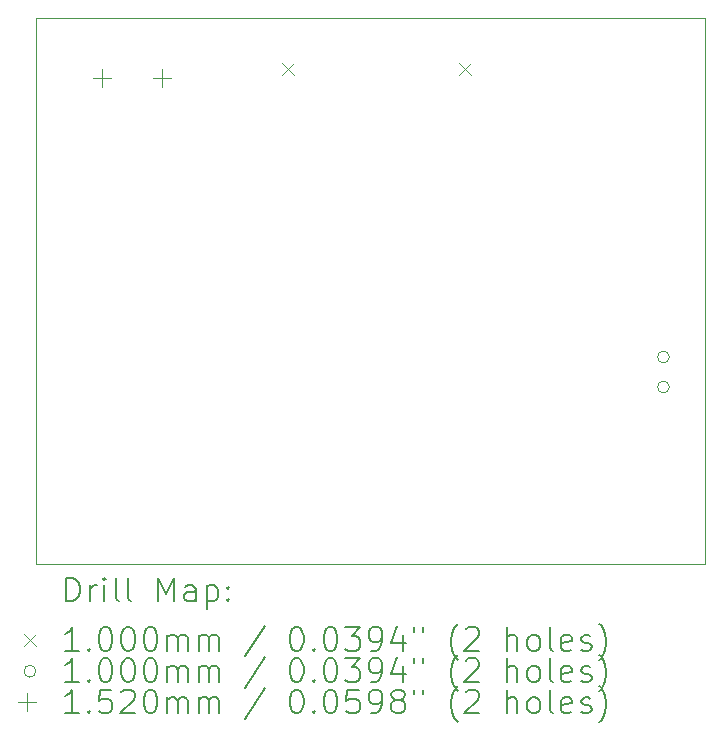
<source format=gbr>
%FSLAX45Y45*%
G04 Gerber Fmt 4.5, Leading zero omitted, Abs format (unit mm)*
G04 Created by KiCad (PCBNEW (6.0.2)) date 2022-03-08 21:55:43*
%MOMM*%
%LPD*%
G01*
G04 APERTURE LIST*
%TA.AperFunction,Profile*%
%ADD10C,0.100000*%
%TD*%
%ADD11C,0.200000*%
%ADD12C,0.100000*%
%ADD13C,0.100000*%
G04 APERTURE END LIST*
D10*
X9347200Y-5334000D02*
X15011400Y-5334000D01*
X15011400Y-5334000D02*
X15011400Y-9956800D01*
X15011400Y-9956800D02*
X9347200Y-9956800D01*
X9347200Y-9956800D02*
X9347200Y-5334000D01*
D11*
D12*
X11430800Y-5715800D02*
X11530800Y-5815800D01*
X11530800Y-5715800D02*
X11430800Y-5815800D01*
X12929400Y-5715800D02*
X13029400Y-5815800D01*
X13029400Y-5715800D02*
X12929400Y-5815800D01*
X14705800Y-8203700D02*
G75*
G03*
X14705800Y-8203700I-50000J0D01*
G01*
X14705800Y-8457700D02*
G75*
G03*
X14705800Y-8457700I-50000J0D01*
G01*
D13*
X9906000Y-5766000D02*
X9906000Y-5918000D01*
X9830000Y-5842000D02*
X9982000Y-5842000D01*
X10414000Y-5766000D02*
X10414000Y-5918000D01*
X10338000Y-5842000D02*
X10490000Y-5842000D01*
D11*
X9599819Y-10272276D02*
X9599819Y-10072276D01*
X9647438Y-10072276D01*
X9676010Y-10081800D01*
X9695057Y-10100848D01*
X9704581Y-10119895D01*
X9714105Y-10157990D01*
X9714105Y-10186562D01*
X9704581Y-10224657D01*
X9695057Y-10243705D01*
X9676010Y-10262752D01*
X9647438Y-10272276D01*
X9599819Y-10272276D01*
X9799819Y-10272276D02*
X9799819Y-10138943D01*
X9799819Y-10177038D02*
X9809343Y-10157990D01*
X9818867Y-10148467D01*
X9837914Y-10138943D01*
X9856962Y-10138943D01*
X9923629Y-10272276D02*
X9923629Y-10138943D01*
X9923629Y-10072276D02*
X9914105Y-10081800D01*
X9923629Y-10091324D01*
X9933152Y-10081800D01*
X9923629Y-10072276D01*
X9923629Y-10091324D01*
X10047438Y-10272276D02*
X10028390Y-10262752D01*
X10018867Y-10243705D01*
X10018867Y-10072276D01*
X10152200Y-10272276D02*
X10133152Y-10262752D01*
X10123629Y-10243705D01*
X10123629Y-10072276D01*
X10380771Y-10272276D02*
X10380771Y-10072276D01*
X10447438Y-10215133D01*
X10514105Y-10072276D01*
X10514105Y-10272276D01*
X10695057Y-10272276D02*
X10695057Y-10167514D01*
X10685533Y-10148467D01*
X10666486Y-10138943D01*
X10628390Y-10138943D01*
X10609343Y-10148467D01*
X10695057Y-10262752D02*
X10676010Y-10272276D01*
X10628390Y-10272276D01*
X10609343Y-10262752D01*
X10599819Y-10243705D01*
X10599819Y-10224657D01*
X10609343Y-10205610D01*
X10628390Y-10196086D01*
X10676010Y-10196086D01*
X10695057Y-10186562D01*
X10790295Y-10138943D02*
X10790295Y-10338943D01*
X10790295Y-10148467D02*
X10809343Y-10138943D01*
X10847438Y-10138943D01*
X10866486Y-10148467D01*
X10876010Y-10157990D01*
X10885533Y-10177038D01*
X10885533Y-10234181D01*
X10876010Y-10253229D01*
X10866486Y-10262752D01*
X10847438Y-10272276D01*
X10809343Y-10272276D01*
X10790295Y-10262752D01*
X10971248Y-10253229D02*
X10980771Y-10262752D01*
X10971248Y-10272276D01*
X10961724Y-10262752D01*
X10971248Y-10253229D01*
X10971248Y-10272276D01*
X10971248Y-10148467D02*
X10980771Y-10157990D01*
X10971248Y-10167514D01*
X10961724Y-10157990D01*
X10971248Y-10148467D01*
X10971248Y-10167514D01*
D12*
X9242200Y-10551800D02*
X9342200Y-10651800D01*
X9342200Y-10551800D02*
X9242200Y-10651800D01*
D11*
X9704581Y-10692276D02*
X9590295Y-10692276D01*
X9647438Y-10692276D02*
X9647438Y-10492276D01*
X9628390Y-10520848D01*
X9609343Y-10539895D01*
X9590295Y-10549419D01*
X9790295Y-10673229D02*
X9799819Y-10682752D01*
X9790295Y-10692276D01*
X9780771Y-10682752D01*
X9790295Y-10673229D01*
X9790295Y-10692276D01*
X9923629Y-10492276D02*
X9942676Y-10492276D01*
X9961724Y-10501800D01*
X9971248Y-10511324D01*
X9980771Y-10530371D01*
X9990295Y-10568467D01*
X9990295Y-10616086D01*
X9980771Y-10654181D01*
X9971248Y-10673229D01*
X9961724Y-10682752D01*
X9942676Y-10692276D01*
X9923629Y-10692276D01*
X9904581Y-10682752D01*
X9895057Y-10673229D01*
X9885533Y-10654181D01*
X9876010Y-10616086D01*
X9876010Y-10568467D01*
X9885533Y-10530371D01*
X9895057Y-10511324D01*
X9904581Y-10501800D01*
X9923629Y-10492276D01*
X10114105Y-10492276D02*
X10133152Y-10492276D01*
X10152200Y-10501800D01*
X10161724Y-10511324D01*
X10171248Y-10530371D01*
X10180771Y-10568467D01*
X10180771Y-10616086D01*
X10171248Y-10654181D01*
X10161724Y-10673229D01*
X10152200Y-10682752D01*
X10133152Y-10692276D01*
X10114105Y-10692276D01*
X10095057Y-10682752D01*
X10085533Y-10673229D01*
X10076010Y-10654181D01*
X10066486Y-10616086D01*
X10066486Y-10568467D01*
X10076010Y-10530371D01*
X10085533Y-10511324D01*
X10095057Y-10501800D01*
X10114105Y-10492276D01*
X10304581Y-10492276D02*
X10323629Y-10492276D01*
X10342676Y-10501800D01*
X10352200Y-10511324D01*
X10361724Y-10530371D01*
X10371248Y-10568467D01*
X10371248Y-10616086D01*
X10361724Y-10654181D01*
X10352200Y-10673229D01*
X10342676Y-10682752D01*
X10323629Y-10692276D01*
X10304581Y-10692276D01*
X10285533Y-10682752D01*
X10276010Y-10673229D01*
X10266486Y-10654181D01*
X10256962Y-10616086D01*
X10256962Y-10568467D01*
X10266486Y-10530371D01*
X10276010Y-10511324D01*
X10285533Y-10501800D01*
X10304581Y-10492276D01*
X10456962Y-10692276D02*
X10456962Y-10558943D01*
X10456962Y-10577990D02*
X10466486Y-10568467D01*
X10485533Y-10558943D01*
X10514105Y-10558943D01*
X10533152Y-10568467D01*
X10542676Y-10587514D01*
X10542676Y-10692276D01*
X10542676Y-10587514D02*
X10552200Y-10568467D01*
X10571248Y-10558943D01*
X10599819Y-10558943D01*
X10618867Y-10568467D01*
X10628390Y-10587514D01*
X10628390Y-10692276D01*
X10723629Y-10692276D02*
X10723629Y-10558943D01*
X10723629Y-10577990D02*
X10733152Y-10568467D01*
X10752200Y-10558943D01*
X10780771Y-10558943D01*
X10799819Y-10568467D01*
X10809343Y-10587514D01*
X10809343Y-10692276D01*
X10809343Y-10587514D02*
X10818867Y-10568467D01*
X10837914Y-10558943D01*
X10866486Y-10558943D01*
X10885533Y-10568467D01*
X10895057Y-10587514D01*
X10895057Y-10692276D01*
X11285533Y-10482752D02*
X11114105Y-10739895D01*
X11542676Y-10492276D02*
X11561724Y-10492276D01*
X11580771Y-10501800D01*
X11590295Y-10511324D01*
X11599819Y-10530371D01*
X11609343Y-10568467D01*
X11609343Y-10616086D01*
X11599819Y-10654181D01*
X11590295Y-10673229D01*
X11580771Y-10682752D01*
X11561724Y-10692276D01*
X11542676Y-10692276D01*
X11523628Y-10682752D01*
X11514105Y-10673229D01*
X11504581Y-10654181D01*
X11495057Y-10616086D01*
X11495057Y-10568467D01*
X11504581Y-10530371D01*
X11514105Y-10511324D01*
X11523628Y-10501800D01*
X11542676Y-10492276D01*
X11695057Y-10673229D02*
X11704581Y-10682752D01*
X11695057Y-10692276D01*
X11685533Y-10682752D01*
X11695057Y-10673229D01*
X11695057Y-10692276D01*
X11828390Y-10492276D02*
X11847438Y-10492276D01*
X11866486Y-10501800D01*
X11876009Y-10511324D01*
X11885533Y-10530371D01*
X11895057Y-10568467D01*
X11895057Y-10616086D01*
X11885533Y-10654181D01*
X11876009Y-10673229D01*
X11866486Y-10682752D01*
X11847438Y-10692276D01*
X11828390Y-10692276D01*
X11809343Y-10682752D01*
X11799819Y-10673229D01*
X11790295Y-10654181D01*
X11780771Y-10616086D01*
X11780771Y-10568467D01*
X11790295Y-10530371D01*
X11799819Y-10511324D01*
X11809343Y-10501800D01*
X11828390Y-10492276D01*
X11961724Y-10492276D02*
X12085533Y-10492276D01*
X12018867Y-10568467D01*
X12047438Y-10568467D01*
X12066486Y-10577990D01*
X12076009Y-10587514D01*
X12085533Y-10606562D01*
X12085533Y-10654181D01*
X12076009Y-10673229D01*
X12066486Y-10682752D01*
X12047438Y-10692276D01*
X11990295Y-10692276D01*
X11971248Y-10682752D01*
X11961724Y-10673229D01*
X12180771Y-10692276D02*
X12218867Y-10692276D01*
X12237914Y-10682752D01*
X12247438Y-10673229D01*
X12266486Y-10644657D01*
X12276009Y-10606562D01*
X12276009Y-10530371D01*
X12266486Y-10511324D01*
X12256962Y-10501800D01*
X12237914Y-10492276D01*
X12199819Y-10492276D01*
X12180771Y-10501800D01*
X12171248Y-10511324D01*
X12161724Y-10530371D01*
X12161724Y-10577990D01*
X12171248Y-10597038D01*
X12180771Y-10606562D01*
X12199819Y-10616086D01*
X12237914Y-10616086D01*
X12256962Y-10606562D01*
X12266486Y-10597038D01*
X12276009Y-10577990D01*
X12447438Y-10558943D02*
X12447438Y-10692276D01*
X12399819Y-10482752D02*
X12352200Y-10625610D01*
X12476009Y-10625610D01*
X12542676Y-10492276D02*
X12542676Y-10530371D01*
X12618867Y-10492276D02*
X12618867Y-10530371D01*
X12914105Y-10768467D02*
X12904581Y-10758943D01*
X12885533Y-10730371D01*
X12876009Y-10711324D01*
X12866486Y-10682752D01*
X12856962Y-10635133D01*
X12856962Y-10597038D01*
X12866486Y-10549419D01*
X12876009Y-10520848D01*
X12885533Y-10501800D01*
X12904581Y-10473229D01*
X12914105Y-10463705D01*
X12980771Y-10511324D02*
X12990295Y-10501800D01*
X13009343Y-10492276D01*
X13056962Y-10492276D01*
X13076009Y-10501800D01*
X13085533Y-10511324D01*
X13095057Y-10530371D01*
X13095057Y-10549419D01*
X13085533Y-10577990D01*
X12971248Y-10692276D01*
X13095057Y-10692276D01*
X13333152Y-10692276D02*
X13333152Y-10492276D01*
X13418867Y-10692276D02*
X13418867Y-10587514D01*
X13409343Y-10568467D01*
X13390295Y-10558943D01*
X13361724Y-10558943D01*
X13342676Y-10568467D01*
X13333152Y-10577990D01*
X13542676Y-10692276D02*
X13523628Y-10682752D01*
X13514105Y-10673229D01*
X13504581Y-10654181D01*
X13504581Y-10597038D01*
X13514105Y-10577990D01*
X13523628Y-10568467D01*
X13542676Y-10558943D01*
X13571248Y-10558943D01*
X13590295Y-10568467D01*
X13599819Y-10577990D01*
X13609343Y-10597038D01*
X13609343Y-10654181D01*
X13599819Y-10673229D01*
X13590295Y-10682752D01*
X13571248Y-10692276D01*
X13542676Y-10692276D01*
X13723628Y-10692276D02*
X13704581Y-10682752D01*
X13695057Y-10663705D01*
X13695057Y-10492276D01*
X13876009Y-10682752D02*
X13856962Y-10692276D01*
X13818867Y-10692276D01*
X13799819Y-10682752D01*
X13790295Y-10663705D01*
X13790295Y-10587514D01*
X13799819Y-10568467D01*
X13818867Y-10558943D01*
X13856962Y-10558943D01*
X13876009Y-10568467D01*
X13885533Y-10587514D01*
X13885533Y-10606562D01*
X13790295Y-10625610D01*
X13961724Y-10682752D02*
X13980771Y-10692276D01*
X14018867Y-10692276D01*
X14037914Y-10682752D01*
X14047438Y-10663705D01*
X14047438Y-10654181D01*
X14037914Y-10635133D01*
X14018867Y-10625610D01*
X13990295Y-10625610D01*
X13971248Y-10616086D01*
X13961724Y-10597038D01*
X13961724Y-10587514D01*
X13971248Y-10568467D01*
X13990295Y-10558943D01*
X14018867Y-10558943D01*
X14037914Y-10568467D01*
X14114105Y-10768467D02*
X14123628Y-10758943D01*
X14142676Y-10730371D01*
X14152200Y-10711324D01*
X14161724Y-10682752D01*
X14171248Y-10635133D01*
X14171248Y-10597038D01*
X14161724Y-10549419D01*
X14152200Y-10520848D01*
X14142676Y-10501800D01*
X14123628Y-10473229D01*
X14114105Y-10463705D01*
D12*
X9342200Y-10865800D02*
G75*
G03*
X9342200Y-10865800I-50000J0D01*
G01*
D11*
X9704581Y-10956276D02*
X9590295Y-10956276D01*
X9647438Y-10956276D02*
X9647438Y-10756276D01*
X9628390Y-10784848D01*
X9609343Y-10803895D01*
X9590295Y-10813419D01*
X9790295Y-10937229D02*
X9799819Y-10946752D01*
X9790295Y-10956276D01*
X9780771Y-10946752D01*
X9790295Y-10937229D01*
X9790295Y-10956276D01*
X9923629Y-10756276D02*
X9942676Y-10756276D01*
X9961724Y-10765800D01*
X9971248Y-10775324D01*
X9980771Y-10794371D01*
X9990295Y-10832467D01*
X9990295Y-10880086D01*
X9980771Y-10918181D01*
X9971248Y-10937229D01*
X9961724Y-10946752D01*
X9942676Y-10956276D01*
X9923629Y-10956276D01*
X9904581Y-10946752D01*
X9895057Y-10937229D01*
X9885533Y-10918181D01*
X9876010Y-10880086D01*
X9876010Y-10832467D01*
X9885533Y-10794371D01*
X9895057Y-10775324D01*
X9904581Y-10765800D01*
X9923629Y-10756276D01*
X10114105Y-10756276D02*
X10133152Y-10756276D01*
X10152200Y-10765800D01*
X10161724Y-10775324D01*
X10171248Y-10794371D01*
X10180771Y-10832467D01*
X10180771Y-10880086D01*
X10171248Y-10918181D01*
X10161724Y-10937229D01*
X10152200Y-10946752D01*
X10133152Y-10956276D01*
X10114105Y-10956276D01*
X10095057Y-10946752D01*
X10085533Y-10937229D01*
X10076010Y-10918181D01*
X10066486Y-10880086D01*
X10066486Y-10832467D01*
X10076010Y-10794371D01*
X10085533Y-10775324D01*
X10095057Y-10765800D01*
X10114105Y-10756276D01*
X10304581Y-10756276D02*
X10323629Y-10756276D01*
X10342676Y-10765800D01*
X10352200Y-10775324D01*
X10361724Y-10794371D01*
X10371248Y-10832467D01*
X10371248Y-10880086D01*
X10361724Y-10918181D01*
X10352200Y-10937229D01*
X10342676Y-10946752D01*
X10323629Y-10956276D01*
X10304581Y-10956276D01*
X10285533Y-10946752D01*
X10276010Y-10937229D01*
X10266486Y-10918181D01*
X10256962Y-10880086D01*
X10256962Y-10832467D01*
X10266486Y-10794371D01*
X10276010Y-10775324D01*
X10285533Y-10765800D01*
X10304581Y-10756276D01*
X10456962Y-10956276D02*
X10456962Y-10822943D01*
X10456962Y-10841990D02*
X10466486Y-10832467D01*
X10485533Y-10822943D01*
X10514105Y-10822943D01*
X10533152Y-10832467D01*
X10542676Y-10851514D01*
X10542676Y-10956276D01*
X10542676Y-10851514D02*
X10552200Y-10832467D01*
X10571248Y-10822943D01*
X10599819Y-10822943D01*
X10618867Y-10832467D01*
X10628390Y-10851514D01*
X10628390Y-10956276D01*
X10723629Y-10956276D02*
X10723629Y-10822943D01*
X10723629Y-10841990D02*
X10733152Y-10832467D01*
X10752200Y-10822943D01*
X10780771Y-10822943D01*
X10799819Y-10832467D01*
X10809343Y-10851514D01*
X10809343Y-10956276D01*
X10809343Y-10851514D02*
X10818867Y-10832467D01*
X10837914Y-10822943D01*
X10866486Y-10822943D01*
X10885533Y-10832467D01*
X10895057Y-10851514D01*
X10895057Y-10956276D01*
X11285533Y-10746752D02*
X11114105Y-11003895D01*
X11542676Y-10756276D02*
X11561724Y-10756276D01*
X11580771Y-10765800D01*
X11590295Y-10775324D01*
X11599819Y-10794371D01*
X11609343Y-10832467D01*
X11609343Y-10880086D01*
X11599819Y-10918181D01*
X11590295Y-10937229D01*
X11580771Y-10946752D01*
X11561724Y-10956276D01*
X11542676Y-10956276D01*
X11523628Y-10946752D01*
X11514105Y-10937229D01*
X11504581Y-10918181D01*
X11495057Y-10880086D01*
X11495057Y-10832467D01*
X11504581Y-10794371D01*
X11514105Y-10775324D01*
X11523628Y-10765800D01*
X11542676Y-10756276D01*
X11695057Y-10937229D02*
X11704581Y-10946752D01*
X11695057Y-10956276D01*
X11685533Y-10946752D01*
X11695057Y-10937229D01*
X11695057Y-10956276D01*
X11828390Y-10756276D02*
X11847438Y-10756276D01*
X11866486Y-10765800D01*
X11876009Y-10775324D01*
X11885533Y-10794371D01*
X11895057Y-10832467D01*
X11895057Y-10880086D01*
X11885533Y-10918181D01*
X11876009Y-10937229D01*
X11866486Y-10946752D01*
X11847438Y-10956276D01*
X11828390Y-10956276D01*
X11809343Y-10946752D01*
X11799819Y-10937229D01*
X11790295Y-10918181D01*
X11780771Y-10880086D01*
X11780771Y-10832467D01*
X11790295Y-10794371D01*
X11799819Y-10775324D01*
X11809343Y-10765800D01*
X11828390Y-10756276D01*
X11961724Y-10756276D02*
X12085533Y-10756276D01*
X12018867Y-10832467D01*
X12047438Y-10832467D01*
X12066486Y-10841990D01*
X12076009Y-10851514D01*
X12085533Y-10870562D01*
X12085533Y-10918181D01*
X12076009Y-10937229D01*
X12066486Y-10946752D01*
X12047438Y-10956276D01*
X11990295Y-10956276D01*
X11971248Y-10946752D01*
X11961724Y-10937229D01*
X12180771Y-10956276D02*
X12218867Y-10956276D01*
X12237914Y-10946752D01*
X12247438Y-10937229D01*
X12266486Y-10908657D01*
X12276009Y-10870562D01*
X12276009Y-10794371D01*
X12266486Y-10775324D01*
X12256962Y-10765800D01*
X12237914Y-10756276D01*
X12199819Y-10756276D01*
X12180771Y-10765800D01*
X12171248Y-10775324D01*
X12161724Y-10794371D01*
X12161724Y-10841990D01*
X12171248Y-10861038D01*
X12180771Y-10870562D01*
X12199819Y-10880086D01*
X12237914Y-10880086D01*
X12256962Y-10870562D01*
X12266486Y-10861038D01*
X12276009Y-10841990D01*
X12447438Y-10822943D02*
X12447438Y-10956276D01*
X12399819Y-10746752D02*
X12352200Y-10889610D01*
X12476009Y-10889610D01*
X12542676Y-10756276D02*
X12542676Y-10794371D01*
X12618867Y-10756276D02*
X12618867Y-10794371D01*
X12914105Y-11032467D02*
X12904581Y-11022943D01*
X12885533Y-10994371D01*
X12876009Y-10975324D01*
X12866486Y-10946752D01*
X12856962Y-10899133D01*
X12856962Y-10861038D01*
X12866486Y-10813419D01*
X12876009Y-10784848D01*
X12885533Y-10765800D01*
X12904581Y-10737229D01*
X12914105Y-10727705D01*
X12980771Y-10775324D02*
X12990295Y-10765800D01*
X13009343Y-10756276D01*
X13056962Y-10756276D01*
X13076009Y-10765800D01*
X13085533Y-10775324D01*
X13095057Y-10794371D01*
X13095057Y-10813419D01*
X13085533Y-10841990D01*
X12971248Y-10956276D01*
X13095057Y-10956276D01*
X13333152Y-10956276D02*
X13333152Y-10756276D01*
X13418867Y-10956276D02*
X13418867Y-10851514D01*
X13409343Y-10832467D01*
X13390295Y-10822943D01*
X13361724Y-10822943D01*
X13342676Y-10832467D01*
X13333152Y-10841990D01*
X13542676Y-10956276D02*
X13523628Y-10946752D01*
X13514105Y-10937229D01*
X13504581Y-10918181D01*
X13504581Y-10861038D01*
X13514105Y-10841990D01*
X13523628Y-10832467D01*
X13542676Y-10822943D01*
X13571248Y-10822943D01*
X13590295Y-10832467D01*
X13599819Y-10841990D01*
X13609343Y-10861038D01*
X13609343Y-10918181D01*
X13599819Y-10937229D01*
X13590295Y-10946752D01*
X13571248Y-10956276D01*
X13542676Y-10956276D01*
X13723628Y-10956276D02*
X13704581Y-10946752D01*
X13695057Y-10927705D01*
X13695057Y-10756276D01*
X13876009Y-10946752D02*
X13856962Y-10956276D01*
X13818867Y-10956276D01*
X13799819Y-10946752D01*
X13790295Y-10927705D01*
X13790295Y-10851514D01*
X13799819Y-10832467D01*
X13818867Y-10822943D01*
X13856962Y-10822943D01*
X13876009Y-10832467D01*
X13885533Y-10851514D01*
X13885533Y-10870562D01*
X13790295Y-10889610D01*
X13961724Y-10946752D02*
X13980771Y-10956276D01*
X14018867Y-10956276D01*
X14037914Y-10946752D01*
X14047438Y-10927705D01*
X14047438Y-10918181D01*
X14037914Y-10899133D01*
X14018867Y-10889610D01*
X13990295Y-10889610D01*
X13971248Y-10880086D01*
X13961724Y-10861038D01*
X13961724Y-10851514D01*
X13971248Y-10832467D01*
X13990295Y-10822943D01*
X14018867Y-10822943D01*
X14037914Y-10832467D01*
X14114105Y-11032467D02*
X14123628Y-11022943D01*
X14142676Y-10994371D01*
X14152200Y-10975324D01*
X14161724Y-10946752D01*
X14171248Y-10899133D01*
X14171248Y-10861038D01*
X14161724Y-10813419D01*
X14152200Y-10784848D01*
X14142676Y-10765800D01*
X14123628Y-10737229D01*
X14114105Y-10727705D01*
D13*
X9266200Y-11053800D02*
X9266200Y-11205800D01*
X9190200Y-11129800D02*
X9342200Y-11129800D01*
D11*
X9704581Y-11220276D02*
X9590295Y-11220276D01*
X9647438Y-11220276D02*
X9647438Y-11020276D01*
X9628390Y-11048848D01*
X9609343Y-11067895D01*
X9590295Y-11077419D01*
X9790295Y-11201228D02*
X9799819Y-11210752D01*
X9790295Y-11220276D01*
X9780771Y-11210752D01*
X9790295Y-11201228D01*
X9790295Y-11220276D01*
X9980771Y-11020276D02*
X9885533Y-11020276D01*
X9876010Y-11115514D01*
X9885533Y-11105990D01*
X9904581Y-11096467D01*
X9952200Y-11096467D01*
X9971248Y-11105990D01*
X9980771Y-11115514D01*
X9990295Y-11134562D01*
X9990295Y-11182181D01*
X9980771Y-11201228D01*
X9971248Y-11210752D01*
X9952200Y-11220276D01*
X9904581Y-11220276D01*
X9885533Y-11210752D01*
X9876010Y-11201228D01*
X10066486Y-11039324D02*
X10076010Y-11029800D01*
X10095057Y-11020276D01*
X10142676Y-11020276D01*
X10161724Y-11029800D01*
X10171248Y-11039324D01*
X10180771Y-11058371D01*
X10180771Y-11077419D01*
X10171248Y-11105990D01*
X10056962Y-11220276D01*
X10180771Y-11220276D01*
X10304581Y-11020276D02*
X10323629Y-11020276D01*
X10342676Y-11029800D01*
X10352200Y-11039324D01*
X10361724Y-11058371D01*
X10371248Y-11096467D01*
X10371248Y-11144086D01*
X10361724Y-11182181D01*
X10352200Y-11201228D01*
X10342676Y-11210752D01*
X10323629Y-11220276D01*
X10304581Y-11220276D01*
X10285533Y-11210752D01*
X10276010Y-11201228D01*
X10266486Y-11182181D01*
X10256962Y-11144086D01*
X10256962Y-11096467D01*
X10266486Y-11058371D01*
X10276010Y-11039324D01*
X10285533Y-11029800D01*
X10304581Y-11020276D01*
X10456962Y-11220276D02*
X10456962Y-11086943D01*
X10456962Y-11105990D02*
X10466486Y-11096467D01*
X10485533Y-11086943D01*
X10514105Y-11086943D01*
X10533152Y-11096467D01*
X10542676Y-11115514D01*
X10542676Y-11220276D01*
X10542676Y-11115514D02*
X10552200Y-11096467D01*
X10571248Y-11086943D01*
X10599819Y-11086943D01*
X10618867Y-11096467D01*
X10628390Y-11115514D01*
X10628390Y-11220276D01*
X10723629Y-11220276D02*
X10723629Y-11086943D01*
X10723629Y-11105990D02*
X10733152Y-11096467D01*
X10752200Y-11086943D01*
X10780771Y-11086943D01*
X10799819Y-11096467D01*
X10809343Y-11115514D01*
X10809343Y-11220276D01*
X10809343Y-11115514D02*
X10818867Y-11096467D01*
X10837914Y-11086943D01*
X10866486Y-11086943D01*
X10885533Y-11096467D01*
X10895057Y-11115514D01*
X10895057Y-11220276D01*
X11285533Y-11010752D02*
X11114105Y-11267895D01*
X11542676Y-11020276D02*
X11561724Y-11020276D01*
X11580771Y-11029800D01*
X11590295Y-11039324D01*
X11599819Y-11058371D01*
X11609343Y-11096467D01*
X11609343Y-11144086D01*
X11599819Y-11182181D01*
X11590295Y-11201228D01*
X11580771Y-11210752D01*
X11561724Y-11220276D01*
X11542676Y-11220276D01*
X11523628Y-11210752D01*
X11514105Y-11201228D01*
X11504581Y-11182181D01*
X11495057Y-11144086D01*
X11495057Y-11096467D01*
X11504581Y-11058371D01*
X11514105Y-11039324D01*
X11523628Y-11029800D01*
X11542676Y-11020276D01*
X11695057Y-11201228D02*
X11704581Y-11210752D01*
X11695057Y-11220276D01*
X11685533Y-11210752D01*
X11695057Y-11201228D01*
X11695057Y-11220276D01*
X11828390Y-11020276D02*
X11847438Y-11020276D01*
X11866486Y-11029800D01*
X11876009Y-11039324D01*
X11885533Y-11058371D01*
X11895057Y-11096467D01*
X11895057Y-11144086D01*
X11885533Y-11182181D01*
X11876009Y-11201228D01*
X11866486Y-11210752D01*
X11847438Y-11220276D01*
X11828390Y-11220276D01*
X11809343Y-11210752D01*
X11799819Y-11201228D01*
X11790295Y-11182181D01*
X11780771Y-11144086D01*
X11780771Y-11096467D01*
X11790295Y-11058371D01*
X11799819Y-11039324D01*
X11809343Y-11029800D01*
X11828390Y-11020276D01*
X12076009Y-11020276D02*
X11980771Y-11020276D01*
X11971248Y-11115514D01*
X11980771Y-11105990D01*
X11999819Y-11096467D01*
X12047438Y-11096467D01*
X12066486Y-11105990D01*
X12076009Y-11115514D01*
X12085533Y-11134562D01*
X12085533Y-11182181D01*
X12076009Y-11201228D01*
X12066486Y-11210752D01*
X12047438Y-11220276D01*
X11999819Y-11220276D01*
X11980771Y-11210752D01*
X11971248Y-11201228D01*
X12180771Y-11220276D02*
X12218867Y-11220276D01*
X12237914Y-11210752D01*
X12247438Y-11201228D01*
X12266486Y-11172657D01*
X12276009Y-11134562D01*
X12276009Y-11058371D01*
X12266486Y-11039324D01*
X12256962Y-11029800D01*
X12237914Y-11020276D01*
X12199819Y-11020276D01*
X12180771Y-11029800D01*
X12171248Y-11039324D01*
X12161724Y-11058371D01*
X12161724Y-11105990D01*
X12171248Y-11125038D01*
X12180771Y-11134562D01*
X12199819Y-11144086D01*
X12237914Y-11144086D01*
X12256962Y-11134562D01*
X12266486Y-11125038D01*
X12276009Y-11105990D01*
X12390295Y-11105990D02*
X12371248Y-11096467D01*
X12361724Y-11086943D01*
X12352200Y-11067895D01*
X12352200Y-11058371D01*
X12361724Y-11039324D01*
X12371248Y-11029800D01*
X12390295Y-11020276D01*
X12428390Y-11020276D01*
X12447438Y-11029800D01*
X12456962Y-11039324D01*
X12466486Y-11058371D01*
X12466486Y-11067895D01*
X12456962Y-11086943D01*
X12447438Y-11096467D01*
X12428390Y-11105990D01*
X12390295Y-11105990D01*
X12371248Y-11115514D01*
X12361724Y-11125038D01*
X12352200Y-11144086D01*
X12352200Y-11182181D01*
X12361724Y-11201228D01*
X12371248Y-11210752D01*
X12390295Y-11220276D01*
X12428390Y-11220276D01*
X12447438Y-11210752D01*
X12456962Y-11201228D01*
X12466486Y-11182181D01*
X12466486Y-11144086D01*
X12456962Y-11125038D01*
X12447438Y-11115514D01*
X12428390Y-11105990D01*
X12542676Y-11020276D02*
X12542676Y-11058371D01*
X12618867Y-11020276D02*
X12618867Y-11058371D01*
X12914105Y-11296467D02*
X12904581Y-11286943D01*
X12885533Y-11258371D01*
X12876009Y-11239324D01*
X12866486Y-11210752D01*
X12856962Y-11163133D01*
X12856962Y-11125038D01*
X12866486Y-11077419D01*
X12876009Y-11048848D01*
X12885533Y-11029800D01*
X12904581Y-11001229D01*
X12914105Y-10991705D01*
X12980771Y-11039324D02*
X12990295Y-11029800D01*
X13009343Y-11020276D01*
X13056962Y-11020276D01*
X13076009Y-11029800D01*
X13085533Y-11039324D01*
X13095057Y-11058371D01*
X13095057Y-11077419D01*
X13085533Y-11105990D01*
X12971248Y-11220276D01*
X13095057Y-11220276D01*
X13333152Y-11220276D02*
X13333152Y-11020276D01*
X13418867Y-11220276D02*
X13418867Y-11115514D01*
X13409343Y-11096467D01*
X13390295Y-11086943D01*
X13361724Y-11086943D01*
X13342676Y-11096467D01*
X13333152Y-11105990D01*
X13542676Y-11220276D02*
X13523628Y-11210752D01*
X13514105Y-11201228D01*
X13504581Y-11182181D01*
X13504581Y-11125038D01*
X13514105Y-11105990D01*
X13523628Y-11096467D01*
X13542676Y-11086943D01*
X13571248Y-11086943D01*
X13590295Y-11096467D01*
X13599819Y-11105990D01*
X13609343Y-11125038D01*
X13609343Y-11182181D01*
X13599819Y-11201228D01*
X13590295Y-11210752D01*
X13571248Y-11220276D01*
X13542676Y-11220276D01*
X13723628Y-11220276D02*
X13704581Y-11210752D01*
X13695057Y-11191705D01*
X13695057Y-11020276D01*
X13876009Y-11210752D02*
X13856962Y-11220276D01*
X13818867Y-11220276D01*
X13799819Y-11210752D01*
X13790295Y-11191705D01*
X13790295Y-11115514D01*
X13799819Y-11096467D01*
X13818867Y-11086943D01*
X13856962Y-11086943D01*
X13876009Y-11096467D01*
X13885533Y-11115514D01*
X13885533Y-11134562D01*
X13790295Y-11153610D01*
X13961724Y-11210752D02*
X13980771Y-11220276D01*
X14018867Y-11220276D01*
X14037914Y-11210752D01*
X14047438Y-11191705D01*
X14047438Y-11182181D01*
X14037914Y-11163133D01*
X14018867Y-11153610D01*
X13990295Y-11153610D01*
X13971248Y-11144086D01*
X13961724Y-11125038D01*
X13961724Y-11115514D01*
X13971248Y-11096467D01*
X13990295Y-11086943D01*
X14018867Y-11086943D01*
X14037914Y-11096467D01*
X14114105Y-11296467D02*
X14123628Y-11286943D01*
X14142676Y-11258371D01*
X14152200Y-11239324D01*
X14161724Y-11210752D01*
X14171248Y-11163133D01*
X14171248Y-11125038D01*
X14161724Y-11077419D01*
X14152200Y-11048848D01*
X14142676Y-11029800D01*
X14123628Y-11001229D01*
X14114105Y-10991705D01*
M02*

</source>
